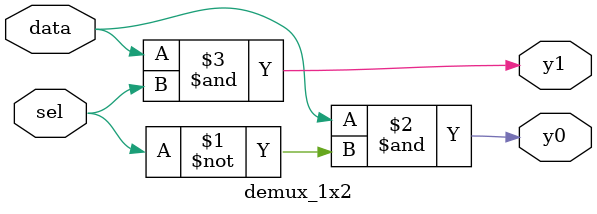
<source format=v>
`timescale 1ns / 1ps

module demux_1x2(data,sel,y0,y1);
input data,sel;
output y1,y0;

assign y0 = data & ~sel;
assign y1 = data & sel;

endmodule
</source>
